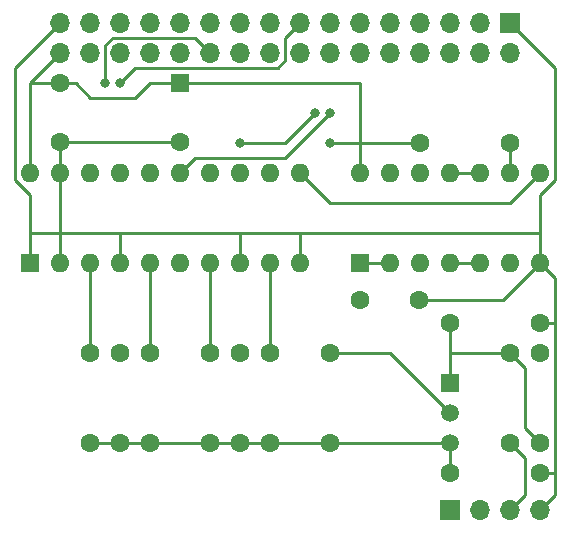
<source format=gbr>
%TF.GenerationSoftware,KiCad,Pcbnew,(6.0.5)*%
%TF.CreationDate,2022-06-01T11:59:12+02:00*%
%TF.ProjectId,ega_composite_output_feature_adapter,6567615f-6665-4617-9475-72655f616461,rev?*%
%TF.SameCoordinates,Original*%
%TF.FileFunction,Copper,L1,Top*%
%TF.FilePolarity,Positive*%
%FSLAX46Y46*%
G04 Gerber Fmt 4.6, Leading zero omitted, Abs format (unit mm)*
G04 Created by KiCad (PCBNEW (6.0.5)) date 2022-06-01 11:59:12*
%MOMM*%
%LPD*%
G01*
G04 APERTURE LIST*
%TA.AperFunction,ComponentPad*%
%ADD10C,1.600000*%
%TD*%
%TA.AperFunction,ComponentPad*%
%ADD11R,1.700000X1.700000*%
%TD*%
%TA.AperFunction,ComponentPad*%
%ADD12O,1.700000X1.700000*%
%TD*%
%TA.AperFunction,ComponentPad*%
%ADD13R,1.600000X1.600000*%
%TD*%
%TA.AperFunction,ComponentPad*%
%ADD14R,1.500000X1.500000*%
%TD*%
%TA.AperFunction,ComponentPad*%
%ADD15C,1.500000*%
%TD*%
%TA.AperFunction,ComponentPad*%
%ADD16O,1.600000X1.600000*%
%TD*%
%TA.AperFunction,ViaPad*%
%ADD17C,0.800000*%
%TD*%
%TA.AperFunction,Conductor*%
%ADD18C,0.250000*%
%TD*%
G04 APERTURE END LIST*
D10*
%TO.P,REF\u002A\u002A,1*%
%TO.N,N/C*%
X142240000Y-93980000D03*
%TO.P,REF\u002A\u002A,2*%
X142240000Y-86360000D03*
%TD*%
D11*
%TO.P,REF\u002A\u002A,1*%
%TO.N,N/C*%
X167650000Y-99695000D03*
D12*
%TO.P,REF\u002A\u002A,2*%
X170190000Y-99695000D03*
%TO.P,REF\u002A\u002A,3*%
X172730000Y-99695000D03*
%TO.P,REF\u002A\u002A,4*%
X175270000Y-99695000D03*
%TD*%
D13*
%TO.P,REF\u002A\u002A,1*%
%TO.N,N/C*%
X144780000Y-63540000D03*
D10*
%TO.P,REF\u002A\u002A,2*%
X144780000Y-68540000D03*
%TD*%
%TO.P,REF\u002A\u002A,1*%
%TO.N,N/C*%
X147320000Y-93980000D03*
%TO.P,REF\u002A\u002A,2*%
X147320000Y-86360000D03*
%TD*%
%TO.P,REF\u002A\u002A,1*%
%TO.N,N/C*%
X137160000Y-93980000D03*
%TO.P,REF\u002A\u002A,2*%
X137160000Y-86360000D03*
%TD*%
%TO.P,REF\u002A\u002A,1*%
%TO.N,N/C*%
X149860000Y-93980000D03*
%TO.P,REF\u002A\u002A,2*%
X149860000Y-86360000D03*
%TD*%
%TO.P,REF\u002A\u002A,1*%
%TO.N,N/C*%
X134620000Y-68540000D03*
%TO.P,REF\u002A\u002A,2*%
X134620000Y-63540000D03*
%TD*%
%TO.P,REF\u002A\u002A,1*%
%TO.N,N/C*%
X172720000Y-93980000D03*
%TO.P,REF\u002A\u002A,2*%
X172720000Y-86360000D03*
%TD*%
D14*
%TO.P,REF\u002A\u002A,1*%
%TO.N,N/C*%
X167640000Y-88900000D03*
D15*
%TO.P,REF\u002A\u002A,2*%
X167640000Y-91440000D03*
%TO.P,REF\u002A\u002A,3*%
X167640000Y-93980000D03*
%TD*%
D10*
%TO.P,REF\u002A\u002A,1*%
%TO.N,N/C*%
X139700000Y-93980000D03*
%TO.P,REF\u002A\u002A,2*%
X139700000Y-86360000D03*
%TD*%
%TO.P,REF\u002A\u002A,1*%
%TO.N,N/C*%
X172720000Y-68580000D03*
%TO.P,REF\u002A\u002A,2*%
X165100000Y-68580000D03*
%TD*%
D13*
%TO.P,REF\u002A\u002A,1*%
%TO.N,N/C*%
X160020000Y-78740000D03*
D16*
%TO.P,REF\u002A\u002A,2*%
X162560000Y-78740000D03*
%TO.P,REF\u002A\u002A,3*%
X165100000Y-78740000D03*
%TO.P,REF\u002A\u002A,4*%
X167640000Y-78740000D03*
%TO.P,REF\u002A\u002A,5*%
X170180000Y-78740000D03*
%TO.P,REF\u002A\u002A,6*%
X172720000Y-78740000D03*
%TO.P,REF\u002A\u002A,7*%
X175260000Y-78740000D03*
%TO.P,REF\u002A\u002A,8*%
X175260000Y-71120000D03*
%TO.P,REF\u002A\u002A,9*%
X172720000Y-71120000D03*
%TO.P,REF\u002A\u002A,10*%
X170180000Y-71120000D03*
%TO.P,REF\u002A\u002A,11*%
X167640000Y-71120000D03*
%TO.P,REF\u002A\u002A,12*%
X165100000Y-71120000D03*
%TO.P,REF\u002A\u002A,13*%
X162560000Y-71120000D03*
%TO.P,REF\u002A\u002A,14*%
X160020000Y-71120000D03*
%TD*%
D10*
%TO.P,REF\u002A\u002A,1*%
%TO.N,N/C*%
X160020000Y-81915000D03*
%TO.P,REF\u002A\u002A,2*%
X165020000Y-81915000D03*
%TD*%
%TO.P,REF\u002A\u002A,1*%
%TO.N,N/C*%
X167640000Y-96520000D03*
%TO.P,REF\u002A\u002A,2*%
X175260000Y-96520000D03*
%TD*%
%TO.P,REF\u002A\u002A,1*%
%TO.N,N/C*%
X175260000Y-93980000D03*
%TO.P,REF\u002A\u002A,2*%
X175260000Y-86360000D03*
%TD*%
%TO.P,REF\u002A\u002A,1*%
%TO.N,N/C*%
X157480000Y-93980000D03*
%TO.P,REF\u002A\u002A,2*%
X157480000Y-86360000D03*
%TD*%
D13*
%TO.P,REF\u002A\u002A,1*%
%TO.N,N/C*%
X132080000Y-78740000D03*
D16*
%TO.P,REF\u002A\u002A,2*%
X134620000Y-78740000D03*
%TO.P,REF\u002A\u002A,3*%
X137160000Y-78740000D03*
%TO.P,REF\u002A\u002A,4*%
X139700000Y-78740000D03*
%TO.P,REF\u002A\u002A,5*%
X142240000Y-78740000D03*
%TO.P,REF\u002A\u002A,6*%
X144780000Y-78740000D03*
%TO.P,REF\u002A\u002A,7*%
X147320000Y-78740000D03*
%TO.P,REF\u002A\u002A,8*%
X149860000Y-78740000D03*
%TO.P,REF\u002A\u002A,9*%
X152400000Y-78740000D03*
%TO.P,REF\u002A\u002A,10*%
X154940000Y-78740000D03*
%TO.P,REF\u002A\u002A,11*%
X154940000Y-71120000D03*
%TO.P,REF\u002A\u002A,12*%
X152400000Y-71120000D03*
%TO.P,REF\u002A\u002A,13*%
X149860000Y-71120000D03*
%TO.P,REF\u002A\u002A,14*%
X147320000Y-71120000D03*
%TO.P,REF\u002A\u002A,15*%
X144780000Y-71120000D03*
%TO.P,REF\u002A\u002A,16*%
X142240000Y-71120000D03*
%TO.P,REF\u002A\u002A,17*%
X139700000Y-71120000D03*
%TO.P,REF\u002A\u002A,18*%
X137160000Y-71120000D03*
%TO.P,REF\u002A\u002A,19*%
X134620000Y-71120000D03*
%TO.P,REF\u002A\u002A,20*%
X132080000Y-71120000D03*
%TD*%
D10*
%TO.P,REF\u002A\u002A,1*%
%TO.N,N/C*%
X152400000Y-93980000D03*
%TO.P,REF\u002A\u002A,2*%
X152400000Y-86360000D03*
%TD*%
%TO.P,REF\u002A\u002A,1*%
%TO.N,N/C*%
X167640000Y-83820000D03*
%TO.P,REF\u002A\u002A,2*%
X175260000Y-83820000D03*
%TD*%
D11*
%TO.P,REF\u002A\u002A,1*%
%TO.N,N/C*%
X172720000Y-58415000D03*
D12*
%TO.P,REF\u002A\u002A,2*%
X172720000Y-60955000D03*
%TO.P,REF\u002A\u002A,3*%
X170180000Y-58415000D03*
%TO.P,REF\u002A\u002A,4*%
X170180000Y-60955000D03*
%TO.P,REF\u002A\u002A,5*%
X167640000Y-58415000D03*
%TO.P,REF\u002A\u002A,6*%
X167640000Y-60955000D03*
%TO.P,REF\u002A\u002A,7*%
X165100000Y-58415000D03*
%TO.P,REF\u002A\u002A,8*%
X165100000Y-60955000D03*
%TO.P,REF\u002A\u002A,9*%
X162560000Y-58415000D03*
%TO.P,REF\u002A\u002A,10*%
X162560000Y-60955000D03*
%TO.P,REF\u002A\u002A,11*%
X160020000Y-58415000D03*
%TO.P,REF\u002A\u002A,12*%
X160020000Y-60955000D03*
%TO.P,REF\u002A\u002A,13*%
X157480000Y-58415000D03*
%TO.P,REF\u002A\u002A,14*%
X157480000Y-60955000D03*
%TO.P,REF\u002A\u002A,15*%
X154940000Y-58415000D03*
%TO.P,REF\u002A\u002A,16*%
X154940000Y-60955000D03*
%TO.P,REF\u002A\u002A,17*%
X152400000Y-58415000D03*
%TO.P,REF\u002A\u002A,18*%
X152400000Y-60955000D03*
%TO.P,REF\u002A\u002A,19*%
X149860000Y-58415000D03*
%TO.P,REF\u002A\u002A,20*%
X149860000Y-60955000D03*
%TO.P,REF\u002A\u002A,21*%
X147320000Y-58415000D03*
%TO.P,REF\u002A\u002A,22*%
X147320000Y-60955000D03*
%TO.P,REF\u002A\u002A,23*%
X144780000Y-58415000D03*
%TO.P,REF\u002A\u002A,24*%
X144780000Y-60955000D03*
%TO.P,REF\u002A\u002A,25*%
X142240000Y-58415000D03*
%TO.P,REF\u002A\u002A,26*%
X142240000Y-60955000D03*
%TO.P,REF\u002A\u002A,27*%
X139700000Y-58415000D03*
%TO.P,REF\u002A\u002A,28*%
X139700000Y-60955000D03*
%TO.P,REF\u002A\u002A,29*%
X137160000Y-58415000D03*
%TO.P,REF\u002A\u002A,30*%
X137160000Y-60955000D03*
%TO.P,REF\u002A\u002A,31*%
X134620000Y-58415000D03*
%TO.P,REF\u002A\u002A,32*%
X134620000Y-60955000D03*
%TD*%
D17*
%TO.N,*%
X157480000Y-68580000D03*
X138430000Y-63500000D03*
X157480000Y-66040000D03*
X139700000Y-63500000D03*
X156210000Y-66040000D03*
X149860000Y-68580000D03*
%TD*%
D18*
%TO.N,*%
X140970000Y-62230000D02*
X153035000Y-62230000D01*
X139700000Y-63500000D02*
X140970000Y-62230000D01*
X153035000Y-62230000D02*
X153670000Y-61595000D01*
X153670000Y-61595000D02*
X153670000Y-59685000D01*
X153670000Y-59685000D02*
X154940000Y-58415000D01*
X173990000Y-98435000D02*
X172730000Y-99695000D01*
X173990000Y-95250000D02*
X173990000Y-98435000D01*
X176530000Y-98435000D02*
X175270000Y-99695000D01*
X176530000Y-80010000D02*
X176530000Y-98435000D01*
X173990000Y-95250000D02*
X172720000Y-93980000D01*
X172085000Y-81915000D02*
X165020000Y-81915000D01*
X175260000Y-78740000D02*
X172085000Y-81915000D01*
X146055000Y-59690000D02*
X147320000Y-60955000D01*
X138430000Y-63500000D02*
X138430000Y-60325000D01*
X138430000Y-60325000D02*
X139065000Y-59690000D01*
X139065000Y-59690000D02*
X146055000Y-59690000D01*
X142240000Y-63500000D02*
X144780000Y-63500000D01*
X140970000Y-64770000D02*
X142240000Y-63500000D01*
X176530000Y-71755000D02*
X175260000Y-73025000D01*
X176530000Y-62230000D02*
X176530000Y-71755000D01*
X175260000Y-73025000D02*
X175260000Y-76200000D01*
X172720000Y-58420000D02*
X176530000Y-62230000D01*
X172720000Y-58415000D02*
X172720000Y-58420000D01*
X175260000Y-76200000D02*
X154940000Y-76200000D01*
X176530000Y-80010000D02*
X175260000Y-78740000D01*
X175260000Y-96520000D02*
X176520000Y-96520000D01*
X176530000Y-83820000D02*
X175260000Y-83820000D01*
X130810000Y-71755000D02*
X130810000Y-62225000D01*
X130810000Y-62225000D02*
X134620000Y-58415000D01*
X132080000Y-73025000D02*
X130810000Y-71755000D01*
X132080000Y-76200000D02*
X132080000Y-73025000D01*
X132080000Y-63495000D02*
X134620000Y-60955000D01*
X132080000Y-63500000D02*
X132080000Y-63495000D01*
X153670000Y-68580000D02*
X156210000Y-66040000D01*
X149860000Y-68580000D02*
X153670000Y-68580000D01*
X137160000Y-64770000D02*
X135930000Y-63540000D01*
X140970000Y-64770000D02*
X137160000Y-64770000D01*
X135930000Y-63540000D02*
X134620000Y-63540000D01*
X146050000Y-69850000D02*
X144780000Y-71120000D01*
X153670000Y-69850000D02*
X146050000Y-69850000D01*
X157480000Y-66040000D02*
X153670000Y-69850000D01*
X144780000Y-63500000D02*
X144780000Y-63540000D01*
X160020000Y-63500000D02*
X144780000Y-63500000D01*
X160020000Y-68580000D02*
X160020000Y-63500000D01*
X132080000Y-63500000D02*
X132120000Y-63540000D01*
X132120000Y-63540000D02*
X134620000Y-63540000D01*
X132080000Y-63500000D02*
X132080000Y-71120000D01*
X134620000Y-68540000D02*
X144780000Y-68540000D01*
X134620000Y-71120000D02*
X134620000Y-68540000D01*
X160020000Y-68580000D02*
X165100000Y-68580000D01*
X139700000Y-76200000D02*
X134620000Y-76200000D01*
X167640000Y-83820000D02*
X167640000Y-86360000D01*
X134620000Y-76200000D02*
X134620000Y-78740000D01*
X172720000Y-71120000D02*
X172720000Y-68580000D01*
X154940000Y-76200000D02*
X154940000Y-78740000D01*
X173990000Y-92710000D02*
X173990000Y-87630000D01*
X157480000Y-68580000D02*
X160020000Y-68580000D01*
X175260000Y-93980000D02*
X173990000Y-92710000D01*
X175260000Y-78740000D02*
X175260000Y-76200000D01*
X147320000Y-93980000D02*
X142240000Y-93980000D01*
X134620000Y-71120000D02*
X134620000Y-76200000D01*
X162560000Y-86360000D02*
X167640000Y-91440000D01*
X152400000Y-86360000D02*
X152400000Y-78740000D01*
X134620000Y-76200000D02*
X132080000Y-76200000D01*
X152400000Y-93980000D02*
X149860000Y-93980000D01*
X149860000Y-93980000D02*
X147320000Y-93980000D01*
X147320000Y-86360000D02*
X147320000Y-78740000D01*
X157480000Y-93980000D02*
X152400000Y-93980000D01*
X149860000Y-76200000D02*
X139700000Y-76200000D01*
X160020000Y-68580000D02*
X160020000Y-71120000D01*
X167640000Y-86360000D02*
X172720000Y-86360000D01*
X154940000Y-76200000D02*
X149860000Y-76200000D01*
X173990000Y-87630000D02*
X172720000Y-86360000D01*
X160020000Y-78740000D02*
X162560000Y-78740000D01*
X157480000Y-73660000D02*
X154940000Y-71120000D01*
X137160000Y-86360000D02*
X137160000Y-78740000D01*
X167640000Y-78740000D02*
X170180000Y-78740000D01*
X170180000Y-71120000D02*
X167640000Y-71120000D01*
X167640000Y-93980000D02*
X157480000Y-93980000D01*
X167640000Y-96520000D02*
X167640000Y-93980000D01*
X139700000Y-76200000D02*
X139700000Y-78740000D01*
X149860000Y-76200000D02*
X149860000Y-78740000D01*
X142240000Y-93980000D02*
X139700000Y-93980000D01*
X142240000Y-86360000D02*
X142240000Y-78740000D01*
X139700000Y-93980000D02*
X137160000Y-93980000D01*
X172720000Y-73660000D02*
X157480000Y-73660000D01*
X167640000Y-86360000D02*
X167640000Y-88900000D01*
X157480000Y-86360000D02*
X162560000Y-86360000D01*
X132080000Y-76200000D02*
X132080000Y-78740000D01*
X175260000Y-71120000D02*
X172720000Y-73660000D01*
%TD*%
M02*

</source>
